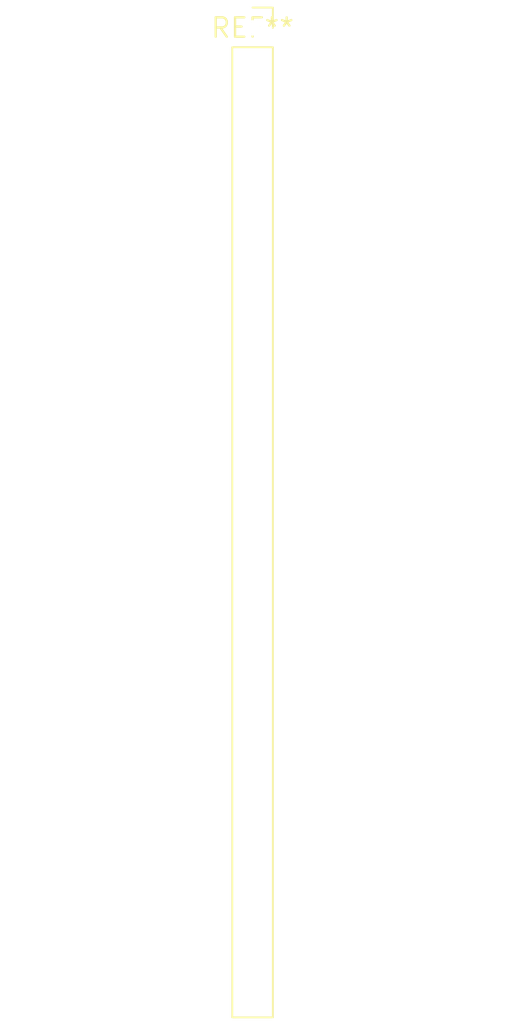
<source format=kicad_pcb>
(kicad_pcb (version 20240108) (generator pcbnew)
  (layers (0 "F.Cu" signal) (31 "B.Cu" signal) (34 "B.Paste" user) (35 "F.Paste" user) (36 "B.SilkS" user "B.Silkscreen") (37 "F.SilkS" user "F.Silkscreen") (38 "B.Mask" user) (39 "F.Mask" user) (44 "Edge.Cuts" user))
  (net 0 "")
  (footprint "PinSocket_1x26_P2.54mm_Vertical" (layer "F.Cu") (at 0 0)
    (property "Reference" "REF**")
    (property "Value" "PinSocket_1x26_P2.54mm_Vertical")
    (fp_line (start -1.33 1.27) (end -1.33 64.83) (layer "F.SilkS") (stroke (width 0.12)))
    (fp_line (start -1.33 1.27) (end 1.33 1.27) (layer "F.SilkS") (stroke (width 0.12)))
    (fp_line (start -1.33 64.83) (end 1.33 64.83) (layer "F.SilkS") (stroke (width 0.12)))
    (fp_line (start 0 -1.33) (end 1.33 -1.33) (layer "F.SilkS") (stroke (width 0.12)))
    (fp_line (start 1.33 -1.33) (end 1.33 0) (layer "F.SilkS") (stroke (width 0.12)))
    (fp_line (start 1.33 1.27) (end 1.33 64.83) (layer "F.SilkS") (stroke (width 0.12)))
    (pad "1" thru_hole rect (at 0 0) (size 1.7 1.7) (drill 1) (layers *.Cu *.Mask) (remove_unused_layers))
    (pad "2" thru_hole oval (at 0 2.54) (size 1.7 1.7) (drill 1) (layers *.Cu *.Mask) (remove_unused_layers))
    (pad "3" thru_hole oval (at 0 5.08) (size 1.7 1.7) (drill 1) (layers *.Cu *.Mask) (remove_unused_layers))
    (pad "4" thru_hole oval (at 0 7.62) (size 1.7 1.7) (drill 1) (layers *.Cu *.Mask) (remove_unused_layers))
    (pad "5" thru_hole oval (at 0 10.16) (size 1.7 1.7) (drill 1) (layers *.Cu *.Mask) (remove_unused_layers))
    (pad "6" thru_hole oval (at 0 12.7) (size 1.7 1.7) (drill 1) (layers *.Cu *.Mask) (remove_unused_layers))
    (pad "7" thru_hole oval (at 0 15.24) (size 1.7 1.7) (drill 1) (layers *.Cu *.Mask) (remove_unused_layers))
    (pad "8" thru_hole oval (at 0 17.78) (size 1.7 1.7) (drill 1) (layers *.Cu *.Mask) (remove_unused_layers))
    (pad "9" thru_hole oval (at 0 20.32) (size 1.7 1.7) (drill 1) (layers *.Cu *.Mask) (remove_unused_layers))
    (pad "10" thru_hole oval (at 0 22.86) (size 1.7 1.7) (drill 1) (layers *.Cu *.Mask) (remove_unused_layers))
    (pad "11" thru_hole oval (at 0 25.4) (size 1.7 1.7) (drill 1) (layers *.Cu *.Mask) (remove_unused_layers))
    (pad "12" thru_hole oval (at 0 27.94) (size 1.7 1.7) (drill 1) (layers *.Cu *.Mask) (remove_unused_layers))
    (pad "13" thru_hole oval (at 0 30.48) (size 1.7 1.7) (drill 1) (layers *.Cu *.Mask) (remove_unused_layers))
    (pad "14" thru_hole oval (at 0 33.02) (size 1.7 1.7) (drill 1) (layers *.Cu *.Mask) (remove_unused_layers))
    (pad "15" thru_hole oval (at 0 35.56) (size 1.7 1.7) (drill 1) (layers *.Cu *.Mask) (remove_unused_layers))
    (pad "16" thru_hole oval (at 0 38.1) (size 1.7 1.7) (drill 1) (layers *.Cu *.Mask) (remove_unused_layers))
    (pad "17" thru_hole oval (at 0 40.64) (size 1.7 1.7) (drill 1) (layers *.Cu *.Mask) (remove_unused_layers))
    (pad "18" thru_hole oval (at 0 43.18) (size 1.7 1.7) (drill 1) (layers *.Cu *.Mask) (remove_unused_layers))
    (pad "19" thru_hole oval (at 0 45.72) (size 1.7 1.7) (drill 1) (layers *.Cu *.Mask) (remove_unused_layers))
    (pad "20" thru_hole oval (at 0 48.26) (size 1.7 1.7) (drill 1) (layers *.Cu *.Mask) (remove_unused_layers))
    (pad "21" thru_hole oval (at 0 50.8) (size 1.7 1.7) (drill 1) (layers *.Cu *.Mask) (remove_unused_layers))
    (pad "22" thru_hole oval (at 0 53.34) (size 1.7 1.7) (drill 1) (layers *.Cu *.Mask) (remove_unused_layers))
    (pad "23" thru_hole oval (at 0 55.88) (size 1.7 1.7) (drill 1) (layers *.Cu *.Mask) (remove_unused_layers))
    (pad "24" thru_hole oval (at 0 58.42) (size 1.7 1.7) (drill 1) (layers *.Cu *.Mask) (remove_unused_layers))
    (pad "25" thru_hole oval (at 0 60.96) (size 1.7 1.7) (drill 1) (layers *.Cu *.Mask) (remove_unused_layers))
    (pad "26" thru_hole oval (at 0 63.5) (size 1.7 1.7) (drill 1) (layers *.Cu *.Mask) (remove_unused_layers))
  )
)
</source>
